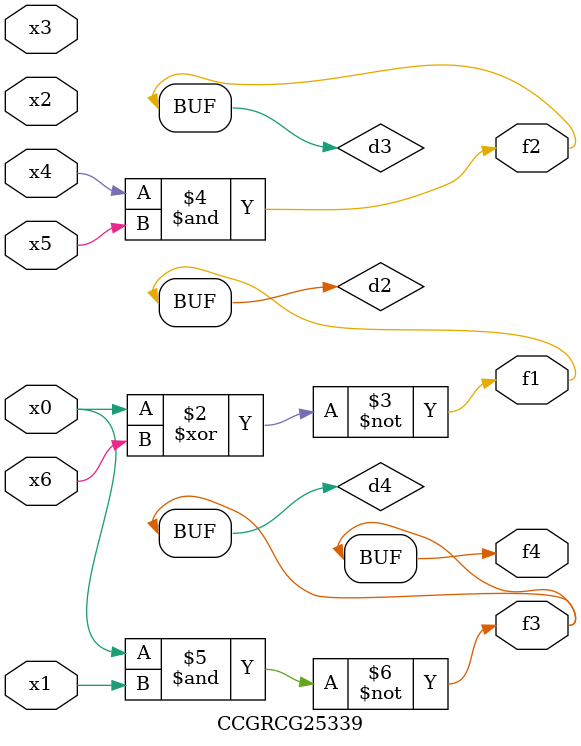
<source format=v>
module CCGRCG25339(
	input x0, x1, x2, x3, x4, x5, x6,
	output f1, f2, f3, f4
);

	wire d1, d2, d3, d4;

	nor (d1, x0);
	xnor (d2, x0, x6);
	and (d3, x4, x5);
	nand (d4, x0, x1);
	assign f1 = d2;
	assign f2 = d3;
	assign f3 = d4;
	assign f4 = d4;
endmodule

</source>
